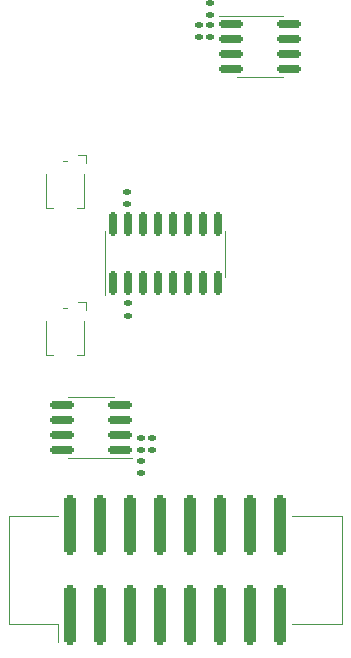
<source format=gbr>
%TF.GenerationSoftware,KiCad,Pcbnew,7.0.1*%
%TF.CreationDate,2023-04-20T06:23:29-07:00*%
%TF.ProjectId,wissystem_vca1,77697373-7973-4746-956d-5f766361312e,rev?*%
%TF.SameCoordinates,Original*%
%TF.FileFunction,Legend,Top*%
%TF.FilePolarity,Positive*%
%FSLAX46Y46*%
G04 Gerber Fmt 4.6, Leading zero omitted, Abs format (unit mm)*
G04 Created by KiCad (PCBNEW 7.0.1) date 2023-04-20 06:23:29*
%MOMM*%
%LPD*%
G01*
G04 APERTURE LIST*
G04 Aperture macros list*
%AMRoundRect*
0 Rectangle with rounded corners*
0 $1 Rounding radius*
0 $2 $3 $4 $5 $6 $7 $8 $9 X,Y pos of 4 corners*
0 Add a 4 corners polygon primitive as box body*
4,1,4,$2,$3,$4,$5,$6,$7,$8,$9,$2,$3,0*
0 Add four circle primitives for the rounded corners*
1,1,$1+$1,$2,$3*
1,1,$1+$1,$4,$5*
1,1,$1+$1,$6,$7*
1,1,$1+$1,$8,$9*
0 Add four rect primitives between the rounded corners*
20,1,$1+$1,$2,$3,$4,$5,0*
20,1,$1+$1,$4,$5,$6,$7,0*
20,1,$1+$1,$6,$7,$8,$9,0*
20,1,$1+$1,$8,$9,$2,$3,0*%
G04 Aperture macros list end*
%ADD10C,0.120000*%
%ADD11O,2.720000X3.240000*%
%ADD12R,1.800000X1.800000*%
%ADD13C,1.800000*%
%ADD14RoundRect,0.255000X0.255000X-2.245000X0.255000X2.245000X-0.255000X2.245000X-0.255000X-2.245000X0*%
%ADD15RoundRect,0.135000X0.185000X-0.135000X0.185000X0.135000X-0.185000X0.135000X-0.185000X-0.135000X0*%
%ADD16RoundRect,0.135000X-0.135000X-0.185000X0.135000X-0.185000X0.135000X0.185000X-0.135000X0.185000X0*%
%ADD17RoundRect,0.200000X0.200000X0.275000X-0.200000X0.275000X-0.200000X-0.275000X0.200000X-0.275000X0*%
%ADD18R,1.200000X1.200000*%
%ADD19R,1.600000X1.500000*%
%ADD20RoundRect,0.150000X-0.825000X-0.150000X0.825000X-0.150000X0.825000X0.150000X-0.825000X0.150000X0*%
%ADD21R,1.930000X1.830000*%
%ADD22C,2.130000*%
%ADD23RoundRect,0.135000X0.135000X0.185000X-0.135000X0.185000X-0.135000X-0.185000X0.135000X-0.185000X0*%
%ADD24RoundRect,0.150000X0.825000X0.150000X-0.825000X0.150000X-0.825000X-0.150000X0.825000X-0.150000X0*%
%ADD25RoundRect,0.135000X-0.185000X0.135000X-0.185000X-0.135000X0.185000X-0.135000X0.185000X0.135000X0*%
%ADD26RoundRect,0.150000X0.150000X-0.850000X0.150000X0.850000X-0.150000X0.850000X-0.150000X-0.850000X0*%
G04 APERTURE END LIST*
D10*
%TO.C,J1*%
X21327600Y-92611400D02*
X21327600Y-83441400D01*
X25507600Y-92611400D02*
X25507600Y-94111400D01*
X25507600Y-92611400D02*
X21327600Y-92611400D01*
X45307600Y-92611400D02*
X49487600Y-92611400D01*
X49487600Y-92611400D02*
X49487600Y-83441400D01*
X21327600Y-83441400D02*
X25507600Y-83441400D01*
X49487600Y-83441400D02*
X45307600Y-83441400D01*
%TO.C,RV3*%
X27860400Y-52924400D02*
X27160400Y-52924400D01*
X26260400Y-53424400D02*
X25860400Y-53424400D01*
X27860400Y-53624400D02*
X27860400Y-52924400D01*
X27660400Y-54524400D02*
X27660400Y-57424400D01*
X24460400Y-54524400D02*
X24460400Y-57424400D01*
X27660400Y-57424400D02*
X27060400Y-57424400D01*
X24460400Y-57424400D02*
X25060400Y-57424400D01*
%TO.C,U3*%
X42570400Y-46298800D02*
X40620400Y-46298800D01*
X42570400Y-46298800D02*
X44520400Y-46298800D01*
X42570400Y-41178800D02*
X39120400Y-41178800D01*
X42570400Y-41178800D02*
X44520400Y-41178800D01*
%TO.C,U1*%
X28244800Y-78556800D02*
X26294800Y-78556800D01*
X28244800Y-78556800D02*
X31694800Y-78556800D01*
X28244800Y-73436800D02*
X26294800Y-73436800D01*
X28244800Y-73436800D02*
X30194800Y-73436800D01*
%TO.C,U2*%
X39604000Y-61264800D02*
X39604000Y-59314800D01*
X39604000Y-61264800D02*
X39604000Y-63214800D01*
X29484000Y-61264800D02*
X29484000Y-59314800D01*
X29484000Y-61264800D02*
X29484000Y-64764800D01*
%TO.C,RV2*%
X24460400Y-69847200D02*
X25060400Y-69847200D01*
X27660400Y-69847200D02*
X27060400Y-69847200D01*
X24460400Y-66947200D02*
X24460400Y-69847200D01*
X27660400Y-66947200D02*
X27660400Y-69847200D01*
X27860400Y-66047200D02*
X27860400Y-65347200D01*
X26260400Y-65847200D02*
X25860400Y-65847200D01*
X27860400Y-65347200D02*
X27160400Y-65347200D01*
%TD*%
%LPC*%
D11*
%TO.C,RV4*%
X34224000Y-42385600D03*
X24624000Y-42385600D03*
D12*
X31924000Y-49885600D03*
D13*
X29424000Y-49885600D03*
X26924000Y-49885600D03*
%TD*%
D14*
%TO.C,J1*%
X26517600Y-91826400D03*
X26517600Y-84226400D03*
X29057600Y-91826400D03*
X29057600Y-84226400D03*
X31597600Y-91826400D03*
X31597600Y-84226400D03*
X34137600Y-91826400D03*
X34137600Y-84226400D03*
X36677600Y-91826400D03*
X36677600Y-84226400D03*
X39217600Y-91826400D03*
X39217600Y-84226400D03*
X41757600Y-91826400D03*
X41757600Y-84226400D03*
X44297600Y-91826400D03*
X44297600Y-84226400D03*
%TD*%
D15*
%TO.C,R3*%
X31394400Y-66501200D03*
X31394400Y-65481200D03*
%TD*%
D16*
%TO.C,R6*%
X27025600Y-107086400D03*
X28045600Y-107086400D03*
%TD*%
D17*
%TO.C,R4*%
X48995600Y-128727200D03*
X47345600Y-128727200D03*
%TD*%
D18*
%TO.C,RV3*%
X27060400Y-53724400D03*
D19*
X26060400Y-56974400D03*
D18*
X25060400Y-53724400D03*
%TD*%
D20*
%TO.C,U3*%
X45045400Y-41833800D03*
X45045400Y-43103800D03*
X45045400Y-44373800D03*
X45045400Y-45643800D03*
X40095400Y-45643800D03*
X40095400Y-44373800D03*
X40095400Y-43103800D03*
X40095400Y-41833800D03*
%TD*%
D21*
%TO.C,J_OUT1*%
X25196800Y-96651600D03*
D22*
X25196800Y-108051600D03*
X25196800Y-99751600D03*
%TD*%
D17*
%TO.C,R10*%
X48894000Y-108051600D03*
X47244000Y-108051600D03*
%TD*%
D16*
%TO.C,R13*%
X27021600Y-127711200D03*
X28041600Y-127711200D03*
%TD*%
D22*
%TO.C,J_CV2*%
X35229800Y-120408400D03*
X35229800Y-128708400D03*
D21*
X35229800Y-117308400D03*
%TD*%
%TO.C,J_OUT2*%
X25196800Y-117308400D03*
D22*
X25196800Y-128708400D03*
X25196800Y-120408400D03*
%TD*%
D23*
%TO.C,R7*%
X27023600Y-108051600D03*
X28043600Y-108051600D03*
%TD*%
D24*
%TO.C,U1*%
X30719800Y-77901800D03*
X30719800Y-76631800D03*
X30719800Y-75361800D03*
X30719800Y-74091800D03*
X25769800Y-74091800D03*
X25769800Y-75361800D03*
X25769800Y-76631800D03*
X25769800Y-77901800D03*
%TD*%
D23*
%TO.C,R14*%
X28045600Y-128676400D03*
X27025600Y-128676400D03*
%TD*%
D15*
%TO.C,R2*%
X33426400Y-77927200D03*
X33426400Y-76907200D03*
%TD*%
D25*
%TO.C,R8*%
X37388800Y-41910000D03*
X37388800Y-42930000D03*
%TD*%
%TO.C,R9*%
X31343600Y-56028400D03*
X31343600Y-57048400D03*
%TD*%
%TO.C,R1*%
X32461200Y-76907200D03*
X32461200Y-77927200D03*
%TD*%
D26*
%TO.C,U2*%
X30099000Y-58764800D03*
X31369000Y-58764800D03*
X32639000Y-58764800D03*
X33909000Y-58764800D03*
X35179000Y-58764800D03*
X36449000Y-58764800D03*
X37719000Y-58764800D03*
X38989000Y-58764800D03*
X38989000Y-63764800D03*
X37719000Y-63764800D03*
X36449000Y-63764800D03*
X35179000Y-63764800D03*
X33909000Y-63764800D03*
X32639000Y-63764800D03*
X31369000Y-63764800D03*
X30099000Y-63764800D03*
%TD*%
D15*
%TO.C,R5*%
X32461200Y-79808800D03*
X32461200Y-78788800D03*
%TD*%
D21*
%TO.C,J_SIG3*%
X45262800Y-117308400D03*
D22*
X45262800Y-128708400D03*
X45262800Y-120408400D03*
%TD*%
%TO.C,J_CV1*%
X35229800Y-99751600D03*
X35229800Y-108051600D03*
D21*
X35229800Y-96651600D03*
%TD*%
D15*
%TO.C,R11*%
X38354000Y-42930000D03*
X38354000Y-41910000D03*
%TD*%
D11*
%TO.C,RV1*%
X36144800Y-79026400D03*
X45744800Y-79026400D03*
D12*
X38444800Y-71526400D03*
D13*
X40944800Y-71526400D03*
X43444800Y-71526400D03*
%TD*%
D25*
%TO.C,R12*%
X38354000Y-40028400D03*
X38354000Y-41048400D03*
%TD*%
D21*
%TO.C,J_SIG1*%
X45262800Y-96651600D03*
D22*
X45262800Y-108051600D03*
X45262800Y-99751600D03*
%TD*%
D18*
%TO.C,RV2*%
X25060400Y-66147200D03*
D19*
X26060400Y-69397200D03*
D18*
X27060400Y-66147200D03*
%TD*%
M02*

</source>
